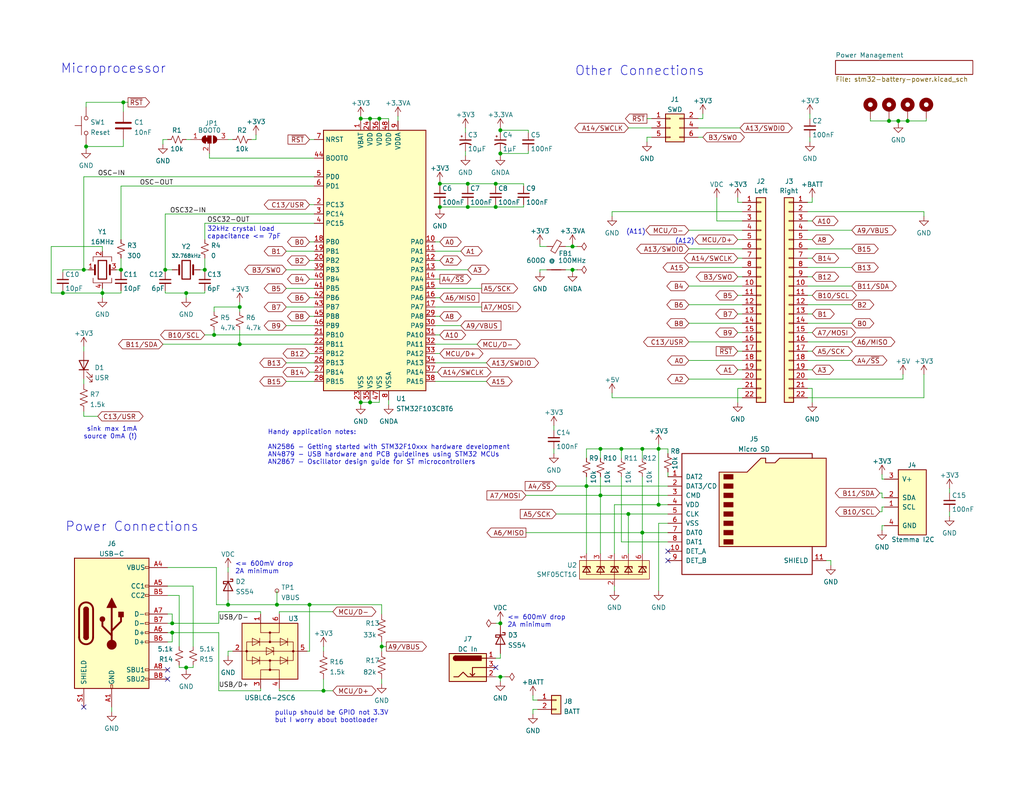
<source format=kicad_sch>
(kicad_sch (version 20211123) (generator eeschema)
  (paper "USLetter")
  (title_block (title "STM32 with Battery") (date "2022-09-15") (rev "1") (company "#overviewer") (comment 1 "STM32 Development Board"))
  (junction (at 46.99 172.72))
  (junction (at 33.02 73.66))
  (junction (at 127.635 50.165))
  (junction (at 50.8 182.245))
  (junction (at 88.265 188.595))
  (junction (at 242.57 33.02))
  (junction (at 46.99 170.18))
  (junction (at 55.88 73.66))
  (junction (at 171.45 140.335))
  (junction (at 100.965 32.385))
  (junction (at 135.255 56.515))
  (junction (at 103.505 32.385))
  (junction (at 179.705 137.795))
  (junction (at 17.145 80.01))
  (junction (at 75.565 165.1))
  (junction (at 100.965 109.855))
  (junction (at 135.255 50.165))
  (junction (at 22.86 73.66))
  (junction (at 175.26 145.415))
  (junction (at 27.94 80.01))
  (junction (at 136.525 41.91))
  (junction (at 156.21 73.66))
  (junction (at 33.655 27.94))
  (junction (at 58.42 91.44))
  (junction (at 65.405 83.82))
  (junction (at 163.83 135.255))
  (junction (at 247.65 33.02))
  (junction (at 120.015 50.165))
  (junction (at 84.455 165.1))
  (junction (at 136.525 170.18))
  (junction (at 98.425 32.385))
  (junction (at 136.525 184.785))
  (junction (at 45.085 73.66))
  (junction (at 169.545 122.555))
  (junction (at 160.02 132.715))
  (junction (at 65.405 93.98))
  (junction (at 23.495 40.005))
  (junction (at 136.525 35.56))
  (junction (at 179.705 122.555))
  (junction (at 50.8 80.01))
  (junction (at 156.21 67.31))
  (junction (at 245.11 33.02))
  (junction (at 62.23 165.1))
  (junction (at 120.015 56.515))
  (junction (at 175.26 122.555))
  (junction (at 163.83 122.555))
  (junction (at 104.14 176.53))
  (junction (at 127.635 56.515))
  (junction (at 98.425 109.855))
  (no_connect (at 182.245 153.035))
  (no_connect (at 182.245 150.495))
  (no_connect (at 45.72 182.88))
  (no_connect (at 45.72 185.42))
  (no_connect (at 22.86 193.04))
  (no_connect (at 135.255 182.245))
  (wire (pts (xy 167.64 137.795) (xy 179.705 137.795)))
  (wire (pts (xy 127.635 50.165) (xy 127.635 50.8)))
  (wire (pts (xy 59.055 154.94) (xy 59.055 165.1)))
  (wire (pts (xy 78.105 83.82) (xy 85.725 83.82)))
  (wire (pts (xy 33.655 27.94) (xy 33.655 30.48)))
  (wire (pts (xy 98.425 109.855) (xy 98.425 110.49)))
  (wire (pts (xy 45.085 58.42) (xy 45.085 73.66)))
  (wire (pts (xy 120.015 55.88) (xy 120.015 56.515)))
  (wire (pts (xy 154.305 73.66) (xy 156.21 73.66)))
  (wire (pts (xy 237.49 32.385) (xy 237.49 33.02)))
  (wire (pts (xy 118.745 93.98) (xy 130.175 93.98)))
  (wire (pts (xy 44.45 38.1) (xy 44.45 39.37)))
  (wire (pts (xy 118.745 71.12) (xy 120.015 71.12)))
  (wire (pts (xy 78.105 104.14) (xy 85.725 104.14)))
  (wire (pts (xy 45.72 167.64) (xy 46.99 167.64)))
  (wire (pts (xy 220.345 80.645) (xy 221.615 80.645)))
  (wire (pts (xy 142.875 50.165) (xy 142.875 50.8)))
  (wire (pts (xy 100.965 32.385) (xy 103.505 32.385)))
  (wire (pts (xy 33.02 79.375) (xy 33.02 80.01)))
  (wire (pts (xy 104.14 176.53) (xy 105.41 176.53)))
  (wire (pts (xy 240.665 135.89) (xy 241.3 135.89)))
  (wire (pts (xy 118.745 66.04) (xy 120.015 66.04)))
  (wire (pts (xy 127.635 56.515) (xy 120.015 56.515)))
  (wire (pts (xy 58.42 85.09) (xy 58.42 83.82)))
  (wire (pts (xy 182.245 122.555) (xy 179.705 122.555)))
  (wire (pts (xy 45.085 80.01) (xy 50.8 80.01)))
  (wire (pts (xy 202.565 57.785) (xy 167.005 57.785)))
  (wire (pts (xy 241.3 143.51) (xy 240.665 143.51)))
  (wire (pts (xy 65.405 93.98) (xy 85.725 93.98)))
  (wire (pts (xy 78.105 99.06) (xy 85.725 99.06)))
  (wire (pts (xy 163.83 135.255) (xy 182.245 135.255)))
  (wire (pts (xy 175.26 122.555) (xy 179.705 122.555)))
  (wire (pts (xy 65.405 82.55) (xy 65.405 83.82)))
  (wire (pts (xy 84.455 76.2) (xy 85.725 76.2)))
  (wire (pts (xy 136.525 184.785) (xy 137.795 184.785)))
  (wire (pts (xy 160.02 132.715) (xy 182.245 132.715)))
  (wire (pts (xy 17.145 80.01) (xy 17.145 79.375)))
  (wire (pts (xy 127.635 55.88) (xy 127.635 56.515)))
  (wire (pts (xy 118.745 76.2) (xy 120.015 76.2)))
  (wire (pts (xy 187.96 103.505) (xy 202.565 103.505)))
  (wire (pts (xy 103.505 109.22) (xy 103.505 109.855)))
  (wire (pts (xy 149.225 67.31) (xy 147.32 67.31)))
  (wire (pts (xy 143.51 145.415) (xy 175.26 145.415)))
  (wire (pts (xy 247.65 32.385) (xy 247.65 33.02)))
  (wire (pts (xy 33.655 38.1) (xy 33.655 40.005)))
  (wire (pts (xy 175.26 130.175) (xy 175.26 145.415)))
  (wire (pts (xy 118.745 86.36) (xy 120.015 86.36)))
  (wire (pts (xy 84.455 165.1) (xy 104.14 165.1)))
  (wire (pts (xy 220.345 108.585) (xy 252.095 108.585)))
  (wire (pts (xy 201.295 80.645) (xy 202.565 80.645)))
  (wire (pts (xy 78.105 88.9) (xy 85.725 88.9)))
  (wire (pts (xy 182.245 128.905) (xy 182.245 130.175)))
  (wire (pts (xy 156.21 67.31) (xy 156.21 66.675)))
  (wire (pts (xy 84.455 101.6) (xy 85.725 101.6)))
  (wire (pts (xy 136.525 178.435) (xy 136.525 179.705)))
  (wire (pts (xy 118.745 104.14) (xy 132.715 104.14)))
  (wire (pts (xy 84.455 96.52) (xy 85.725 96.52)))
  (wire (pts (xy 22.86 48.26) (xy 85.725 48.26)))
  (wire (pts (xy 220.345 65.405) (xy 221.615 65.405)))
  (wire (pts (xy 169.545 130.175) (xy 169.545 147.955)))
  (wire (pts (xy 245.11 33.02) (xy 247.65 33.02)))
  (wire (pts (xy 240.665 134.62) (xy 240.665 135.89)))
  (wire (pts (xy 120.015 50.165) (xy 120.015 50.8)))
  (wire (pts (xy 78.105 78.74) (xy 85.725 78.74)))
  (wire (pts (xy 106.045 109.22) (xy 106.045 110.49)))
  (wire (pts (xy 76.2 188.595) (xy 88.265 188.595)))
  (wire (pts (xy 23.495 39.37) (xy 23.495 40.005)))
  (wire (pts (xy 54.61 73.66) (xy 55.88 73.66)))
  (wire (pts (xy 240.665 143.51) (xy 240.665 144.78)))
  (wire (pts (xy 240.665 130.81) (xy 240.665 129.54)))
  (wire (pts (xy 118.745 88.9) (xy 125.73 88.9)))
  (wire (pts (xy 118.745 68.58) (xy 125.73 68.58)))
  (wire (pts (xy 45.085 73.66) (xy 46.99 73.66)))
  (wire (pts (xy 220.98 37.465) (xy 220.98 38.735)))
  (wire (pts (xy 182.245 142.875) (xy 179.705 142.875)))
  (wire (pts (xy 17.145 73.66) (xy 22.86 73.66)))
  (wire (pts (xy 147.32 73.66) (xy 149.225 73.66)))
  (wire (pts (xy 27.94 67.31) (xy 13.97 67.31)))
  (wire (pts (xy 201.295 75.565) (xy 202.565 75.565)))
  (wire (pts (xy 13.97 80.01) (xy 17.145 80.01)))
  (wire (pts (xy 120.015 56.515) (xy 120.015 57.15)))
  (wire (pts (xy 143.51 135.255) (xy 163.83 135.255)))
  (wire (pts (xy 120.015 49.53) (xy 120.015 50.165)))
  (wire (pts (xy 220.345 75.565) (xy 221.615 75.565)))
  (wire (pts (xy 220.345 70.485) (xy 221.615 70.485)))
  (wire (pts (xy 160.02 130.175) (xy 160.02 132.715)))
  (wire (pts (xy 136.525 184.785) (xy 136.525 186.055)))
  (wire (pts (xy 23.495 29.21) (xy 23.495 27.94)))
  (wire (pts (xy 104.14 176.53) (xy 104.14 177.8)))
  (wire (pts (xy 50.8 80.01) (xy 55.88 80.01)))
  (wire (pts (xy 220.345 90.805) (xy 221.615 90.805)))
  (wire (pts (xy 65.405 83.82) (xy 65.405 85.09)))
  (wire (pts (xy 156.21 73.66) (xy 157.48 73.66)))
  (wire (pts (xy 240.03 134.62) (xy 240.665 134.62)))
  (wire (pts (xy 62.23 154.94) (xy 62.23 156.21)))
  (wire (pts (xy 100.965 109.22) (xy 100.965 109.855)))
  (wire (pts (xy 147.32 67.31) (xy 147.32 66.675)))
  (wire (pts (xy 240.665 138.43) (xy 241.3 138.43)))
  (wire (pts (xy 118.745 91.44) (xy 120.015 91.44)))
  (wire (pts (xy 98.425 33.02) (xy 98.425 32.385)))
  (wire (pts (xy 145.415 193.675) (xy 145.415 194.945)))
  (wire (pts (xy 201.295 65.405) (xy 202.565 65.405)))
  (wire (pts (xy 22.86 48.26) (xy 22.86 73.66)))
  (wire (pts (xy 136.525 41.91) (xy 136.525 42.545)))
  (wire (pts (xy 177.8 37.465) (xy 176.53 37.465)))
  (wire (pts (xy 23.495 40.005) (xy 23.495 40.64)))
  (wire (pts (xy 45.72 175.26) (xy 46.99 175.26)))
  (wire (pts (xy 118.745 78.74) (xy 131.445 78.74)))
  (wire (pts (xy 220.345 93.345) (xy 232.41 93.345)))
  (wire (pts (xy 191.77 32.385) (xy 191.77 31.115)))
  (wire (pts (xy 220.345 67.945) (xy 232.41 67.945)))
  (wire (pts (xy 23.495 27.94) (xy 33.655 27.94)))
  (wire (pts (xy 84.455 86.36) (xy 85.725 86.36)))
  (wire (pts (xy 195.58 60.325) (xy 195.58 53.975)))
  (wire (pts (xy 190.5 34.925) (xy 201.93 34.925)))
  (wire (pts (xy 171.45 140.335) (xy 171.45 151.13)))
  (wire (pts (xy 55.88 60.96) (xy 85.725 60.96)))
  (wire (pts (xy 237.49 33.02) (xy 242.57 33.02)))
  (wire (pts (xy 118.745 96.52) (xy 120.015 96.52)))
  (wire (pts (xy 58.42 90.17) (xy 58.42 91.44)))
  (wire (pts (xy 48.895 181.61) (xy 48.895 182.245)))
  (wire (pts (xy 167.64 151.13) (xy 167.64 137.795)))
  (wire (pts (xy 27.94 68.58) (xy 27.94 67.31)))
  (wire (pts (xy 225.425 153.035) (xy 226.695 153.035)))
  (wire (pts (xy 31.75 73.66) (xy 33.02 73.66)))
  (wire (pts (xy 71.12 167.64) (xy 71.12 167.005)))
  (wire (pts (xy 201.295 85.725) (xy 202.565 85.725)))
  (wire (pts (xy 33.02 50.8) (xy 85.725 50.8)))
  (wire (pts (xy 75.565 161.29) (xy 75.565 165.1)))
  (wire (pts (xy 118.745 99.06) (xy 132.715 99.06)))
  (wire (pts (xy 100.965 32.385) (xy 100.965 33.02)))
  (wire (pts (xy 98.425 32.385) (xy 100.965 32.385)))
  (wire (pts (xy 76.2 188.595) (xy 76.2 187.96)))
  (wire (pts (xy 45.085 79.375) (xy 45.085 80.01)))
  (wire (pts (xy 242.57 32.385) (xy 242.57 33.02)))
  (wire (pts (xy 220.345 98.425) (xy 232.41 98.425)))
  (wire (pts (xy 98.425 31.75) (xy 98.425 32.385)))
  (wire (pts (xy 59.69 188.595) (xy 71.12 188.595)))
  (wire (pts (xy 118.745 73.66) (xy 127.635 73.66)))
  (wire (pts (xy 220.345 85.725) (xy 221.615 85.725)))
  (wire (pts (xy 63.5 177.8) (xy 62.23 177.8)))
  (wire (pts (xy 175.26 122.555) (xy 175.26 125.095)))
  (wire (pts (xy 127 34.925) (xy 127 36.195)))
  (wire (pts (xy 120.015 50.165) (xy 127.635 50.165)))
  (wire (pts (xy 136.525 35.56) (xy 144.145 35.56)))
  (wire (pts (xy 142.875 55.88) (xy 142.875 56.515)))
  (wire (pts (xy 84.455 81.28) (xy 85.725 81.28)))
  (wire (pts (xy 22.86 103.505) (xy 22.86 104.775)))
  (wire (pts (xy 179.705 137.795) (xy 182.245 137.795)))
  (wire (pts (xy 104.14 165.1) (xy 104.14 167.64)))
  (wire (pts (xy 45.72 38.1) (xy 44.45 38.1)))
  (wire (pts (xy 52.705 182.245) (xy 50.8 182.245)))
  (wire (pts (xy 45.72 160.02) (xy 52.705 160.02)))
  (wire (pts (xy 104.14 175.26) (xy 104.14 176.53)))
  (wire (pts (xy 259.08 133.35) (xy 259.08 134.62)))
  (wire (pts (xy 202.565 55.245) (xy 201.295 55.245)))
  (wire (pts (xy 220.345 106.045) (xy 221.615 106.045)))
  (wire (pts (xy 171.45 34.925) (xy 177.8 34.925)))
  (wire (pts (xy 190.5 37.465) (xy 191.77 37.465)))
  (wire (pts (xy 151.765 140.335) (xy 171.45 140.335)))
  (wire (pts (xy 202.565 108.585) (xy 167.005 108.585)))
  (wire (pts (xy 46.99 167.64) (xy 46.99 170.18)))
  (wire (pts (xy 146.685 191.135) (xy 145.415 191.135)))
  (wire (pts (xy 252.095 57.785) (xy 252.095 59.055)))
  (wire (pts (xy 179.705 142.875) (xy 179.705 161.29)))
  (wire (pts (xy 144.145 41.91) (xy 136.525 41.91)))
  (wire (pts (xy 135.255 179.705) (xy 136.525 179.705)))
  (wire (pts (xy 220.345 83.185) (xy 232.41 83.185)))
  (wire (pts (xy 135.255 184.785) (xy 136.525 184.785)))
  (wire (pts (xy 118.745 81.28) (xy 120.015 81.28)))
  (wire (pts (xy 182.245 123.825) (xy 182.245 122.555)))
  (wire (pts (xy 75.565 165.1) (xy 84.455 165.1)))
  (wire (pts (xy 245.11 33.02) (xy 245.11 33.655)))
  (wire (pts (xy 146.685 193.675) (xy 145.415 193.675)))
  (wire (pts (xy 142.875 56.515) (xy 135.255 56.515)))
  (wire (pts (xy 220.98 31.115) (xy 220.98 32.385)))
  (wire (pts (xy 167.64 160.02) (xy 167.64 161.29)))
  (wire (pts (xy 160.02 132.715) (xy 160.02 151.13)))
  (wire (pts (xy 144.145 41.275) (xy 144.145 41.91)))
  (wire (pts (xy 45.72 170.18) (xy 46.99 170.18)))
  (wire (pts (xy 202.565 60.325) (xy 195.58 60.325)))
  (wire (pts (xy 220.345 57.785) (xy 252.095 57.785)))
  (wire (pts (xy 187.96 83.185) (xy 202.565 83.185)))
  (wire (pts (xy 220.345 60.325) (xy 221.615 60.325)))
  (wire (pts (xy 163.83 122.555) (xy 169.545 122.555)))
  (wire (pts (xy 103.505 32.385) (xy 103.505 33.02)))
  (wire (pts (xy 136.525 35.56) (xy 136.525 36.195)))
  (wire (pts (xy 84.455 55.88) (xy 85.725 55.88)))
  (wire (pts (xy 169.545 122.555) (xy 175.26 122.555)))
  (wire (pts (xy 167.005 107.315) (xy 167.005 108.585)))
  (wire (pts (xy 175.26 145.415) (xy 175.26 151.13)))
  (wire (pts (xy 151.13 116.205) (xy 151.13 117.475)))
  (wire (pts (xy 187.96 62.865) (xy 202.565 62.865)))
  (wire (pts (xy 151.765 132.715) (xy 160.02 132.715)))
  (wire (pts (xy 84.455 71.12) (xy 85.725 71.12)))
  (wire (pts (xy 88.265 185.42) (xy 88.265 188.595)))
  (wire (pts (xy 22.86 113.665) (xy 26.67 113.665)))
  (wire (pts (xy 106.045 33.02) (xy 106.045 32.385)))
  (wire (pts (xy 55.88 91.44) (xy 58.42 91.44)))
  (wire (pts (xy 240.03 139.7) (xy 240.665 139.7)))
  (wire (pts (xy 220.345 62.865) (xy 232.41 62.865)))
  (wire (pts (xy 59.69 172.72) (xy 59.69 188.595)))
  (wire (pts (xy 46.99 172.72) (xy 45.72 172.72)))
  (wire (pts (xy 55.88 79.375) (xy 55.88 80.01)))
  (wire (pts (xy 135.255 50.165) (xy 135.255 50.8)))
  (wire (pts (xy 175.26 145.415) (xy 182.245 145.415)))
  (wire (pts (xy 48.895 162.56) (xy 48.895 176.53)))
  (wire (pts (xy 22.86 112.395) (xy 22.86 113.665)))
  (wire (pts (xy 45.72 162.56) (xy 48.895 162.56)))
  (wire (pts (xy 201.295 90.805) (xy 202.565 90.805)))
  (wire (pts (xy 179.705 122.555) (xy 179.705 137.795)))
  (wire (pts (xy 98.425 109.22) (xy 98.425 109.855)))
  (wire (pts (xy 44.45 93.98) (xy 65.405 93.98)))
  (wire (pts (xy 104.14 185.42) (xy 104.14 186.69)))
  (wire (pts (xy 52.705 181.61) (xy 52.705 182.245)))
  (wire (pts (xy 78.105 73.66) (xy 85.725 73.66)))
  (wire (pts (xy 220.345 55.245) (xy 221.615 55.245)))
  (wire (pts (xy 187.96 88.265) (xy 202.565 88.265)))
  (wire (pts (xy 118.745 83.82) (xy 131.445 83.82)))
  (wire (pts (xy 57.15 43.18) (xy 57.15 41.91)))
  (wire (pts (xy 136.525 41.275) (xy 136.525 41.91)))
  (wire (pts (xy 76.2 167.005) (xy 90.805 167.005)))
  (wire (pts (xy 187.96 93.345) (xy 202.565 93.345)))
  (wire (pts (xy 62.23 163.83) (xy 62.23 165.1)))
  (wire (pts (xy 55.88 74.295) (xy 55.88 73.66)))
  (wire (pts (xy 221.615 55.245) (xy 221.615 53.975)))
  (wire (pts (xy 154.305 67.31) (xy 156.21 67.31)))
  (wire (pts (xy 69.85 36.83) (xy 69.85 38.1)))
  (wire (pts (xy 252.095 102.235) (xy 252.095 108.585)))
  (wire (pts (xy 187.96 78.105) (xy 202.565 78.105)))
  (wire (pts (xy 88.265 188.595) (xy 90.805 188.595)))
  (wire (pts (xy 46.99 175.26) (xy 46.99 172.72)))
  (wire (pts (xy 13.97 67.31) (xy 13.97 80.01)))
  (wire (pts (xy 127 41.275) (xy 127 42.545)))
  (wire (pts (xy 62.23 165.1) (xy 75.565 165.1)))
  (wire (pts (xy 163.83 130.175) (xy 163.83 135.255)))
  (wire (pts (xy 202.565 106.045) (xy 201.295 106.045)))
  (wire (pts (xy 136.525 34.925) (xy 136.525 35.56)))
  (wire (pts (xy 52.07 38.1) (xy 50.8 38.1)))
  (wire (pts (xy 201.295 100.965) (xy 202.565 100.965)))
  (wire (pts (xy 136.525 170.18) (xy 136.525 170.815)))
  (wire (pts (xy 220.345 88.265) (xy 232.41 88.265)))
  (wire (pts (xy 27.94 80.01) (xy 27.94 81.28)))
  (wire (pts (xy 103.505 109.855) (xy 100.965 109.855)))
  (wire (pts (xy 118.745 101.6) (xy 119.38 101.6)))
  (wire (pts (xy 221.615 106.045) (xy 221.615 109.855)))
  (wire (pts (xy 163.83 135.255) (xy 163.83 151.13)))
  (wire (pts (xy 63.5 38.1) (xy 62.23 38.1)))
  (wire (pts (xy 187.96 73.025) (xy 202.565 73.025)))
  (wire (pts (xy 22.86 73.66) (xy 24.13 73.66)))
  (wire (pts (xy 30.48 193.04) (xy 30.48 194.31)))
  (wire (pts (xy 136.525 169.545) (xy 136.525 170.18)))
  (wire (pts (xy 84.455 165.1) (xy 84.455 177.8)))
  (wire (pts (xy 220.345 100.965) (xy 221.615 100.965)))
  (wire (pts (xy 78.105 68.58) (xy 85.725 68.58)))
  (wire (pts (xy 246.38 103.505) (xy 246.38 102.235)))
  (wire (pts (xy 201.295 106.045) (xy 201.295 109.855)))
  (wire (pts (xy 76.2 167.005) (xy 76.2 167.64)))
  (wire (pts (xy 84.455 66.04) (xy 85.725 66.04)))
  (wire (pts (xy 135.255 50.165) (xy 142.875 50.165)))
  (wire (pts (xy 171.45 140.335) (xy 182.245 140.335)))
  (wire (pts (xy 46.99 172.72) (xy 59.69 172.72)))
  (wire (pts (xy 220.345 95.885) (xy 221.615 95.885)))
  (wire (pts (xy 33.655 40.005) (xy 23.495 40.005)))
  (wire (pts (xy 83.82 177.8) (xy 84.455 177.8)))
  (wire (pts (xy 252.73 32.385) (xy 252.73 33.02)))
  (wire (pts (xy 156.21 67.31) (xy 157.48 67.31)))
  (wire (pts (xy 55.88 60.96) (xy 55.88 65.405)))
  (wire (pts (xy 33.02 50.8) (xy 33.02 65.405)))
  (wire (pts (xy 147.32 74.295) (xy 147.32 73.66)))
  (wire (pts (xy 220.345 103.505) (xy 246.38 103.505)))
  (wire (pts (xy 163.83 122.555) (xy 163.83 125.095)))
  (wire (pts (xy 100.965 109.855) (xy 98.425 109.855)))
  (wire (pts (xy 151.13 122.555) (xy 151.13 123.825)))
  (wire (pts (xy 85.725 43.18) (xy 57.15 43.18)))
  (wire (pts (xy 55.88 70.485) (xy 55.88 73.66)))
  (wire (pts (xy 160.02 122.555) (xy 163.83 122.555)))
  (wire (pts (xy 69.85 38.1) (xy 68.58 38.1)))
  (wire (pts (xy 108.585 31.75) (xy 108.585 33.02)))
  (wire (pts (xy 160.02 125.095) (xy 160.02 122.555)))
  (wire (pts (xy 169.545 147.955) (xy 182.245 147.955)))
  (wire (pts (xy 52.705 176.53) (xy 52.705 160.02)))
  (wire (pts (xy 33.655 27.94) (xy 34.925 27.94)))
  (wire (pts (xy 167.005 57.785) (xy 167.005 59.055)))
  (wire (pts (xy 226.695 153.035) (xy 226.695 154.305)))
  (wire (pts (xy 201.295 70.485) (xy 202.565 70.485)))
  (wire (pts (xy 220.345 78.105) (xy 232.41 78.105)))
  (wire (pts (xy 71.12 187.96) (xy 71.12 188.595)))
  (wire (pts (xy 59.69 167.005) (xy 71.12 167.005)))
  (wire (pts (xy 50.8 80.01) (xy 50.8 81.28)))
  (wire (pts (xy 50.8 182.245) (xy 50.8 182.88)))
  (wire (pts (xy 187.96 67.945) (xy 202.565 67.945)))
  (wire (pts (xy 259.08 139.7) (xy 259.08 140.97)))
  (wire (pts (xy 48.895 182.245) (xy 50.8 182.245)))
  (wire (pts (xy 240.665 139.7) (xy 240.665 138.43)))
  (wire (pts (xy 17.145 80.01) (xy 27.94 80.01)))
  (wire (pts (xy 59.69 170.18) (xy 59.69 167.005)))
  (wire (pts (xy 220.345 73.025) (xy 232.41 73.025)))
  (wire (pts (xy 65.405 90.17) (xy 65.405 93.98)))
  (wire (pts (xy 88.265 176.53) (xy 88.265 177.8)))
  (wire (pts (xy 144.145 35.56) (xy 144.145 36.195)))
  (wire (pts (xy 58.42 91.44) (xy 85.725 91.44)))
  (wire (pts (xy 247.65 33.02) (xy 252.73 33.02)))
  (wire (pts (xy 17.145 73.66) (xy 17.145 74.295)))
  (wire (pts (xy 62.23 177.8) (xy 62.23 179.07)))
  (wire (pts (xy 241.3 130.81) (xy 240.665 130.81)))
  (wire (pts (xy 127.635 50.165) (xy 135.255 50.165)))
  (wire (pts (xy 45.72 154.94) (xy 59.055 154.94)))
  (wire (pts (xy 179.705 121.285) (xy 179.705 122.555)))
  (wire (pts (xy 59.055 165.1) (xy 62.23 165.1)))
  (wire (pts (xy 176.53 37.465) (xy 176.53 38.735)))
  (wire (pts (xy 33.02 74.295) (xy 33.02 73.66)))
  (wire (pts (xy 84.455 38.1) (xy 85.725 38.1)))
  (wire (pts (xy 187.96 98.425) (xy 202.565 98.425)))
  (wire (pts (xy 22.86 94.615) (xy 22.86 95.885)))
  (wire (pts (xy 145.415 191.135) (xy 145.415 189.865)))
  (wire (pts (xy 169.545 122.555) (xy 169.545 125.095)))
  (wire (pts (xy 46.99 170.18) (xy 59.69 170.18)))
  (wire (pts (xy 103.505 32.385) (xy 106.045 32.385)))
  (wire (pts (xy 27.94 80.01) (xy 27.94 78.74)))
  (wire (pts (xy 85.725 58.42) (xy 45.085 58.42)))
  (wire (pts (xy 33.02 70.485) (xy 33.02 73.66)))
  (wire (pts (xy 201.295 55.245) (xy 201.295 53.975)))
  (wire (pts (xy 135.255 55.88) (xy 135.255 56.515)))
  (wire (pts (xy 135.255 56.515) (xy 127.635 56.515)))
  (wire (pts (xy 201.295 95.885) (xy 202.565 95.885)))
  (wire (pts (xy 45.085 74.295) (xy 45.085 73.66)))
  (wire (pts (xy 242.57 33.02) (xy 245.11 33.02)))
  (wire (pts (xy 33.02 80.01) (xy 27.94 80.01)))
  (wire (pts (xy 156.21 73.66) (xy 156.21 74.295)))
  (wire (pts (xy 190.5 32.385) (xy 191.77 32.385)))
  (wire (pts (xy 135.255 170.18) (xy 136.525 170.18)))
  (wire (pts (xy 176.53 32.385) (xy 177.8 32.385)))
  (wire (pts (xy 58.42 83.82) (xy 65.405 83.82)))
  (text "Power Connections" (at 17.78 145.415 0) (effects (font (size 2.54 2.54)) (justify left bottom)))
  (text "sink max 1mA\nsource 0mA (!)" (at 37.465 120.015 180) (effects (font (size 1.27 1.27)) (justify right bottom)))
  (text "pullup should be GPIO not 3.3V\nbut I worry about bootloader" (at 74.93 197.485 0) (effects (font (size 1.27 1.27)) (justify left bottom)))
  (text "(A12)" (at 184.15 66.675 0) (effects (font (size 1.27 1.27)) (justify left bottom)))
  (text "Other Connections" (at 156.845 20.955 0) (effects (font (size 2.54 2.54)) (justify left bottom)))
  (text "32kHz crystal load\ncapacitance <= 7pF" (at 56.515 65.405 0) (effects (font (size 1.27 1.27)) (justify left bottom)))
  (text "Microprocessor" (at 16.51 20.32 0) (effects (font (size 2.54 2.54)) (justify left bottom)))
  (text "<= 600mV drop\n2A minimum" (at 138.43 171.45 0) (effects (font (size 1.27 1.27)) (justify left bottom)))
  (text "<= 600mV drop\n2A minimum" (at 64.135 156.845 0) (effects (font (size 1.27 1.27)) (justify left bottom)))
  (text "Handy application notes:\n\nAN2586 - Getting started with STM32F10xxx hardware development\nAN4879 - USB hardware and PCB guidelines using STM32 MCUs\nAN2867 - Oscillator design guide for ST microcontrollers\n" (at 73.025 127 0) (effects (font (size 1.27 1.27)) (justify left bottom)))
  (text "(A11)" (at 170.815 64.135 0) (effects (font (size 1.27 1.27)) (justify left bottom)))
  (label "OSC-OUT" (at 38.1 50.8 0))
  (label "OSC32-OUT" (at 56.515 60.96 0))
  (label "OSC-IN" (at 26.67 48.26 0))
  (label "USB{slash}D+" (at 59.69 187.96 0))
  (label "OSC32-IN" (at 46.355 58.42 0))
  (label "USB{slash}D-" (at 59.69 169.545 0))
  (global_label "B3{slash}SWO" (shape bidirectional) (at 78.105 73.66 180) (property "Intersheet References" "${INTERSHEET_REFS}" (effects hide)))
  (global_label "B13" (shape bidirectional) (at 78.105 99.06 180) (property "Intersheet References" "${INTERSHEET_REFS}" (effects hide)))
  (global_label "B8" (shape bidirectional) (at 84.455 86.36 180) (property "Intersheet References" "${INTERSHEET_REFS}" (effects hide)))
  (global_label "C13{slash}USR" (shape bidirectional) (at 187.96 93.345 180) (property "Intersheet References" "${INTERSHEET_REFS}" (effects hide)))
  (global_label "B4" (shape bidirectional) (at 187.96 78.105 180) (property "Intersheet References" "${INTERSHEET_REFS}" (effects hide)))
  (global_label "A5{slash}SCK" (shape input) (at 151.765 140.335 180) (property "Intersheet References" "${INTERSHEET_REFS}" (effects hide)))
  (global_label "A13{slash}SWDIO" (shape bidirectional) (at 132.715 99.06 0) (property "Intersheet References" "${INTERSHEET_REFS}" (effects hide)))
  (global_label "A2" (shape bidirectional) (at 120.015 71.12 0) (property "Intersheet References" "${INTERSHEET_REFS}" (effects hide)))
  (global_label "B7" (shape bidirectional) (at 78.105 83.82 180) (property "Intersheet References" "${INTERSHEET_REFS}" (effects hide)))
  (global_label "B2" (shape bidirectional) (at 232.41 83.185 0) (property "Intersheet References" "${INTERSHEET_REFS}" (effects hide)))
  (global_label "B12" (shape bidirectional) (at 221.615 75.565 0) (property "Intersheet References" "${INTERSHEET_REFS}" (effects hide)))
  (global_label "MCU{slash}D-" (shape bidirectional) (at 187.96 62.865 180) (property "Intersheet References" "${INTERSHEET_REFS}" (effects hide)))
  (global_label "B1" (shape bidirectional) (at 78.105 68.58 180) (property "Intersheet References" "${INTERSHEET_REFS}" (effects hide)))
  (global_label "A3" (shape bidirectional) (at 127.635 73.66 0) (property "Intersheet References" "${INTERSHEET_REFS}" (effects hide)))
  (global_label "B11{slash}SDA" (shape bidirectional) (at 240.03 134.62 180) (property "Intersheet References" "${INTERSHEET_REFS}" (effects hide)))
  (global_label "A1" (shape bidirectional) (at 125.73 68.58 0) (property "Intersheet References" "${INTERSHEET_REFS}" (effects hide)))
  (global_label "~{RST}" (shape input) (at 201.295 95.885 180) (property "Intersheet References" "${INTERSHEET_REFS}" (effects hide)))
  (global_label "A9{slash}VBUS" (shape output) (at 105.41 176.53 0) (property "Intersheet References" "${INTERSHEET_REFS}" (effects hide)))
  (global_label "A1" (shape bidirectional) (at 201.295 100.965 180) (property "Intersheet References" "${INTERSHEET_REFS}" (effects hide)))
  (global_label "A7{slash}MOSI" (shape bidirectional) (at 221.615 90.805 0) (property "Intersheet References" "${INTERSHEET_REFS}" (effects hide)))
  (global_label "A13{slash}SWDIO" (shape bidirectional) (at 187.96 67.945 180) (property "Intersheet References" "${INTERSHEET_REFS}" (effects hide)))
  (global_label "B6" (shape bidirectional) (at 84.455 81.28 180) (property "Intersheet References" "${INTERSHEET_REFS}" (effects hide)))
  (global_label "~{RST}" (shape output) (at 34.925 27.94 0) (property "Intersheet References" "${INTERSHEET_REFS}" (effects hide)))
  (global_label "B15" (shape bidirectional) (at 78.105 104.14 180) (property "Intersheet References" "${INTERSHEET_REFS}" (effects hide)))
  (global_label "A10" (shape bidirectional) (at 120.015 91.44 0) (property "Intersheet References" "${INTERSHEET_REFS}" (effects hide)))
  (global_label "A4{slash}~{SS}" (shape bidirectional) (at 232.41 98.425 0) (property "Intersheet References" "${INTERSHEET_REFS}" (effects hide)))
  (global_label "A15" (shape bidirectional) (at 132.715 104.14 0) (property "Intersheet References" "${INTERSHEET_REFS}" (effects hide)))
  (global_label "B11{slash}SDA" (shape bidirectional) (at 44.45 93.98 180) (property "Intersheet References" "${INTERSHEET_REFS}" (effects hide)))
  (global_label "B10{slash}SCL" (shape bidirectional) (at 55.88 91.44 180) (property "Intersheet References" "${INTERSHEET_REFS}" (effects hide)))
  (global_label "B0" (shape bidirectional) (at 232.41 88.265 0) (property "Intersheet References" "${INTERSHEET_REFS}" (effects hide)))
  (global_label "B14" (shape bidirectional) (at 221.615 70.485 0) (property "Intersheet References" "${INTERSHEET_REFS}" (effects hide)))
  (global_label "A10" (shape bidirectional) (at 221.615 60.325 0) (property "Intersheet References" "${INTERSHEET_REFS}" (effects hide)))
  (global_label "A0" (shape bidirectional) (at 187.96 98.425 180) (property "Intersheet References" "${INTERSHEET_REFS}" (effects hide)))
  (global_label "MCU{slash}D-" (shape bidirectional) (at 130.175 93.98 0) (property "Intersheet References" "${INTERSHEET_REFS}" (effects hide)))
  (global_label "B10{slash}SCL" (shape bidirectional) (at 240.03 139.7 180) (property "Intersheet References" "${INTERSHEET_REFS}" (effects hide)))
  (global_label "B2" (shape bidirectional) (at 84.455 71.12 180) (property "Intersheet References" "${INTERSHEET_REFS}" (effects hide)))
  (global_label "A8" (shape bidirectional) (at 120.015 86.36 0) (property "Intersheet References" "${INTERSHEET_REFS}" (effects hide)))
  (global_label "B12" (shape bidirectional) (at 84.455 96.52 180) (property "Intersheet References" "${INTERSHEET_REFS}" (effects hide)))
  (global_label "A3" (shape bidirectional) (at 221.615 100.965 0) (property "Intersheet References" "${INTERSHEET_REFS}" (effects hide)))
  (global_label "A4{slash}~{SS}" (shape output) (at 120.015 76.2 0) (property "Intersheet References" "${INTERSHEET_REFS}" (effects hide)))
  (global_label "B7" (shape bidirectional) (at 201.295 85.725 180) (property "Intersheet References" "${INTERSHEET_REFS}" (effects hide)))
  (global_label "A14{slash}SWCLK" (shape bidirectional) (at 201.295 70.485 180) (property "Intersheet References" "${INTERSHEET_REFS}" (effects hide)))
  (global_label "A7{slash}MOSI" (shape output) (at 131.445 83.82 0) (property "Intersheet References" "${INTERSHEET_REFS}" (effects hide)))
  (global_label "A6{slash}MISO" (shape input) (at 120.015 81.28 0) (property "Intersheet References" "${INTERSHEET_REFS}" (effects hide)))
  (global_label "B3{slash}SWO" (shape bidirectional) (at 201.295 75.565 180) (property "Intersheet References" "${INTERSHEET_REFS}" (effects hide)))
  (global_label "~{RST}" (shape output) (at 176.53 32.385 180) (property "Intersheet References" "${INTERSHEET_REFS}" (effects hide)))
  (global_label "A9{slash}VBUS" (shape input) (at 125.73 88.9 0) (property "Intersheet References" "${INTERSHEET_REFS}" (effects hide)))
  (global_label "A6{slash}MISO" (shape bidirectional) (at 232.41 93.345 0) (property "Intersheet References" "${INTERSHEET_REFS}" (effects hide)))
  (global_label "A15" (shape bidirectional) (at 187.96 73.025 180) (property "Intersheet References" "${INTERSHEET_REFS}" (effects hide)))
  (global_label "A0" (shape bidirectional) (at 120.015 66.04 0) (property "Intersheet References" "${INTERSHEET_REFS}" (effects hide)))
  (global_label "A6{slash}MISO" (shape output) (at 143.51 145.415 180) (property "Intersheet References" "${INTERSHEET_REFS}" (effects hide)))
  (global_label "MCU{slash}D-" (shape bidirectional) (at 90.805 167.005 0) (property "Intersheet References" "${INTERSHEET_REFS}" (effects hide)))
  (global_label "A9{slash}VBUS" (shape bidirectional) (at 232.41 62.865 0) (property "Intersheet References" "${INTERSHEET_REFS}" (effects hide)))
  (global_label "B3{slash}SWO" (shape bidirectional) (at 191.77 37.465 0) (property "Intersheet References" "${INTERSHEET_REFS}" (effects hide)))
  (global_label "B15" (shape bidirectional) (at 232.41 67.945 0) (property "Intersheet References" "${INTERSHEET_REFS}" (effects hide)))
  (global_label "C13{slash}USR" (shape bidirectional) (at 26.67 113.665 0) (property "Intersheet References" "${INTERSHEET_REFS}" (effects hide)))
  (global_label "B5" (shape bidirectional) (at 78.105 78.74 180) (property "Intersheet References" "${INTERSHEET_REFS}" (effects hide)))
  (global_label "A13{slash}SWDIO" (shape bidirectional) (at 201.93 34.925 0) (property "Intersheet References" "${INTERSHEET_REFS}" (effects hide)))
  (global_label "A7{slash}MOSI" (shape input) (at 143.51 135.255 180) (property "Intersheet References" "${INTERSHEET_REFS}" (effects hide)))
  (global_label "B8" (shape bidirectional) (at 187.96 88.265 180) (property "Intersheet References" "${INTERSHEET_REFS}" (effects hide)))
  (global_label "B14" (shape bidirectional) (at 84.455 101.6 180) (property "Intersheet References" "${INTERSHEET_REFS}" (effects hide)))
  (global_label "A8" (shape bidirectional) (at 221.615 65.405 0) (property "Intersheet References" "${INTERSHEET_REFS}" (effects hide)))
  (global_label "A14{slash}SWCLK" (shape bidirectional) (at 119.38 101.6 0) (property "Intersheet References" "${INTERSHEET_REFS}" (effects hide)))
  (global_label "B11{slash}SDA" (shape bidirectional) (at 232.41 78.105 0) (property "Intersheet References" "${INTERSHEET_REFS}" (effects hide)))
  (global_label "A2" (shape bidirectional) (at 187.96 103.505 180) (property "Intersheet References" "${INTERSHEET_REFS}" (effects hide)))
  (global_label "B6" (shape bidirectional) (at 187.96 83.185 180) (property "Intersheet References" "${INTERSHEET_REFS}" (effects hide)))
  (global_label "MCU{slash}D+" (shape bidirectional) (at 120.015 96.52 0) (property "Intersheet References" "${INTERSHEET_REFS}" (effects hide)))
  (global_label "C13{slash}USR" (shape bidirectional) (at 84.455 55.88 180) (property "Intersheet References" "${INTERSHEET_REFS}" (effects hide)))
  (global_label "B1" (shape bidirectional) (at 221.615 85.725 0) (property "Intersheet References" "${INTERSHEET_REFS}" (effects hide)))
  (global_label "B9" (shape bidirectional) (at 78.105 88.9 180) (property "Intersheet References" "${INTERSHEET_REFS}" (effects hide)))
  (global_label "B5" (shape bidirectional) (at 201.295 80.645 180) (property "Intersheet References" "${INTERSHEET_REFS}" (effects hide)))
  (global_label "A5{slash}SCK" (shape output) (at 131.445 78.74 0) (property "Intersheet References" "${INTERSHEET_REFS}" (effects hide)))
  (global_label "B4" (shape bidirectional) (at 84.455 76.2 180) (property "Intersheet References" "${INTERSHEET_REFS}" (effects hide)))
  (global_label "B9" (shape bidirectional) (at 201.295 90.805 180) (property "Intersheet References" "${INTERSHEET_REFS}" (effects hide)))
  (global_label "A4{slash}~{SS}" (shape input) (at 151.765 132.715 180) (property "Intersheet References" "${INTERSHEET_REFS}" (effects hide)))
  (global_label "MCU{slash}D+" (shape bidirectional) (at 90.805 188.595 0) (property "Intersheet References" "${INTERSHEET_REFS}" (effects hide)))
  (global_label "A5{slash}SCK" (shape bidirectional) (at 221.615 95.885 0) (property "Intersheet References" "${INTERSHEET_REFS}" (effects hide)))
  (global_label "A14{slash}SWCLK" (shape bidirectional) (at 171.45 34.925 180) (property "Intersheet References" "${INTERSHEET_REFS}" (effects hide)))
  (global_label "MCU{slash}D+" (shape bidirectional) (at 201.295 65.405 180) (property "Intersheet References" "${INTERSHEET_REFS}" (effects hide)))
  (global_label "B13" (shape bidirectional) (at 232.41 73.025 0) (property "Intersheet References" "${INTERSHEET_REFS}" (effects hide)))
  (global_label "B10{slash}SCL" (shape bidirectional) (at 221.615 80.645 0) (property "Intersheet References" "${INTERSHEET_REFS}" (effects hide)))
  (global_label "~{RST}" (shape input) (at 84.455 38.1 180) (property "Intersheet References" "${INTERSHEET_REFS}" (effects hide)))
  (global_label "B0" (shape bidirectional) (at 84.455 66.04 180) (property "Intersheet References" "${INTERSHEET_REFS}" (effects hide)))
  (symbol (lib_id "Device:LED") (at 22.86 99.695 90) (unit 1)
    (property "Reference" "D1" (at 25.781 100.374 90) (effects (justify right)))
    (property "Value" "USR" (at 25.781 103.1491 90) (effects (justify right)))
    (property "Footprint" "LED_SMD:LED_0805_2012Metric" (effects hide))
    (property "Datasheet" "https://datasheet.lcsc.com/lcsc/1806151129_Hubei-KENTO-Elec-17-21SUYC-TR8_C2296.pdf" (effects hide))
    (property "LCSC Part #" "C2296" (effects hide))
  )
  (symbol (lib_id "Device:D_Schottky") (at 62.23 160.02 270) (unit 1)
    (property "Reference" "D2" (at 64.262 158.794 90) (effects (justify left)))
    (property "Value" "SS54" (at 64.262 161.5691 90) (effects (justify left)))
    (property "Footprint" "Diode_SMD:D_SMA" (effects hide))
    (property "Datasheet" "https://datasheet.lcsc.com/lcsc/1810192041_MDD-Microdiode-Electronics--SS54_C22452.pdf" (effects hide))
    (property "LCSC Part #" "C22452" (effects hide))
  )
  (symbol (lib_id "power:PWR_FLAG") (at 157.48 73.66 270) (unit 1) (in_bom no) (on_board no)
    (property "Reference" "#FLG0106" (effects hide))
    (property "Value" "PWR_FLAG" (effects hide))
  )
  (symbol (lib_id "power:GND") (at 167.64 161.29 0) (unit 1)
    (property "Reference" "#PWR036" (effects hide))
    (property "Value" "GND" (at 167.64 165.8525 0))
  )
  (symbol (lib_id "Device:C_Small") (at 17.145 76.835 0) (unit 1)
    (property "Reference" "C10" (at 17.78 74.93 0) (effects (justify left)))
    (property "Value" "10pF" (at 17.78 78.74 0) (effects (justify left)))
    (property "Footprint" "Capacitor_SMD:C_0603_1608Metric" (effects hide))
    (property "Datasheet" "https://datasheet.lcsc.com/lcsc/1810261513_Samsung-Electro-Mechanics-CL10C100JB8NNNC_C1634.pdf" (effects hide))
    (property "LCSC Part #" "C1634" (effects hide))
  )
  (symbol (lib_id "Device:C_Small") (at 220.98 34.925 0) (unit 1)
    (property "Reference" "C2" (at 221.615 33.02 0) (effects (justify left)))
    (property "Value" "100nF" (at 221.615 36.83 0) (effects (justify left)))
    (property "Footprint" "Capacitor_SMD:C_0603_1608Metric" (effects hide))
    (property "Datasheet" "https://datasheet.lcsc.com/lcsc/1809301912_YAGEO-CC0603KRX7R9BB104_C14663.pdf" (effects hide))
    (property "LCSC Part #" "C14663" (effects hide))
  )
  (symbol (lib_id "Device:R_US") (at 104.14 181.61 0) (unit 1)
    (property "Reference" "R17" (at 99.695 180.34 0) (effects (justify left)))
    (property "Value" "82k" (at 99.06 183.515 0) (effects (justify left)))
    (property "Footprint" "Resistor_SMD:R_0603_1608Metric" (effects hide))
    (property "Datasheet" "https://datasheet.lcsc.com/lcsc/2206010100_UNI-ROYAL-Uniroyal-Elec-0603WAF8202T5E_C23254.pdf" (effects hide))
    (property "LCSC Part #" "C23254" (effects hide))
  )
  (symbol (lib_id "power:GND") (at 27.94 81.28 0) (unit 1)
    (property "Reference" "#PWR021" (effects hide))
    (property "Value" "GND" (at 27.94 85.8425 0))
  )
  (symbol (lib_id "Connector_Generic:Conn_01x22") (at 215.265 80.645 0) (mirror y) (unit 1)
    (property "Reference" "J3" (at 216.535 49.53 0) (effects (justify left)))
    (property "Value" "Right" (at 217.805 52.07 0) (effects (justify left)))
    (property "Footprint" "Connector_PinHeader_2.54mm:PinHeader_1x22_P2.54mm_Vertical" (effects hide))
  )
  (symbol (lib_id "power:+5V") (at 167.005 107.315 0) (unit 1)
    (property "Reference" "#PWR0109" (effects hide))
    (property "Value" "+5V" (at 167.005 103.7105 0))
  )
  (symbol (lib_id "power:GND") (at 176.53 38.735 0) (unit 1)
    (property "Reference" "#PWR09" (effects hide))
    (property "Value" "GND" (at 176.53 43.2975 0))
  )
  (symbol (lib_id "power:GND") (at 98.425 110.49 0) (unit 1)
    (property "Reference" "#PWR025" (effects hide))
    (property "Value" "GND" (at 98.425 115.0525 0))
  )
  (symbol (lib_id "power:+3.3V") (at 191.77 31.115 0) (unit 1)
    (property "Reference" "#PWR01" (effects hide))
    (property "Value" "+3.3V" (at 191.77 27.5105 0))
  )
  (symbol (lib_id "Device:C_Small") (at 144.145 38.735 0) (unit 1)
    (property "Reference" "C5" (at 144.78 36.83 0) (effects (justify left)))
    (property "Value" "100nF" (at 144.78 40.64 0) (effects (justify left)))
    (property "Footprint" "Capacitor_SMD:C_0603_1608Metric" (effects hide))
    (property "Datasheet" "https://datasheet.lcsc.com/lcsc/1809301912_YAGEO-CC0603KRX7R9BB104_C14663.pdf" (effects hide))
    (property "LCSC Part #" "C14663" (effects hide))
  )
  (symbol (lib_id "power:+3.3V") (at 120.015 49.53 0) (unit 1)
    (property "Reference" "#PWR015" (effects hide))
    (property "Value" "+3.3V" (at 120.015 45.9255 0))
  )
  (symbol (lib_id "Device:C_Polarized_Small_US") (at 127 38.735 0) (unit 1)
    (property "Reference" "C3" (at 127.635 36.83 0) (effects (justify left)))
    (property "Value" "10µF" (at 127.635 40.64 0) (effects (justify left)))
    (property "Footprint" "Capacitor_SMD:C_0805_2012Metric" (effects hide))
    (property "Datasheet" "https://datasheet.lcsc.com/lcsc/1811121310_Samsung-Electro-Mechanics-CL21A106KAYNNNE_C15850.pdf" (effects hide))
    (property "LCSC Part #" "C15850" (effects hide))
  )
  (symbol (lib_id "Device:C_Small") (at 127.635 53.34 0) (unit 1)
    (property "Reference" "C7" (at 128.27 51.435 0) (effects (justify left)))
    (property "Value" "100nF" (at 128.27 55.245 0) (effects (justify left)))
    (property "Footprint" "Capacitor_SMD:C_0603_1608Metric" (effects hide))
    (property "Datasheet" "https://datasheet.lcsc.com/lcsc/1809301912_YAGEO-CC0603KRX7R9BB104_C14663.pdf" (effects hide))
    (property "LCSC Part #" "C14663" (effects hide))
  )
  (symbol (lib_id "power:+3.3VA") (at 156.21 66.675 0) (unit 1)
    (property "Reference" "#PWR018" (effects hide))
    (property "Value" "+3.3VA" (at 156.21 63.0705 0))
  )
  (symbol (lib_id "power:+3.3V") (at 151.13 116.205 0) (unit 1)
    (property "Reference" "#PWR027" (effects hide))
    (property "Value" "+3.3V" (at 151.13 112.6005 0))
  )
  (symbol (lib_id "power:GND") (at 104.14 186.69 0) (unit 1)
    (property "Reference" "#PWR043" (effects hide))
    (property "Value" "GND" (at 104.14 191.2525 0))
  )
  (symbol (lib_id "power:+3.3V") (at 179.705 121.285 0) (unit 1)
    (property "Reference" "#PWR028" (effects hide))
    (property "Value" "+3.3V" (at 179.705 117.6805 0))
  )
  (symbol (lib_id "power:VDC") (at 62.23 154.94 0) (unit 1)
    (property "Reference" "#PWR035" (effects hide))
    (property "Value" "VDC" (at 62.23 151.3355 0))
  )
  (symbol (lib_id "power:+3.3V") (at 98.425 31.75 0) (unit 1)
    (property "Reference" "#PWR03" (effects hide))
    (property "Value" "+3.3V" (at 98.425 28.1455 0))
  )
  (symbol (lib_id "power:GNDA") (at 156.21 74.295 0) (unit 1)
    (property "Reference" "#PWR020" (effects hide))
    (property "Value" "GNDA" (at 156.21 78.8575 0))
  )
  (symbol (lib_id "Connector:USB_C_Receptacle_USB2.0") (at 30.48 170.18 0) (unit 1)
    (property "Reference" "J6" (at 30.48 148.4335 0))
    (property "Value" "USB-C" (at 30.48 151.2086 0))
    (property "Footprint" "Connector_USB:USB_C_Receptacle_XKB_U262-16XN-4BVC11" (effects hide))
    (property "Datasheet" "https://datasheet.lcsc.com/lcsc/2110151630_XKB-Connectivity-U262-161N-4BVC11_C319148.pdf" (effects hide))
    (property "LCSC Part #" "C319148" (effects hide))
  )
  (symbol (lib_id "Device:R_Small_US") (at 33.02 67.945 0) (unit 1)
    (property "Reference" "R3" (at 34.671 67.0365 0) (effects (justify left)))
    (property "Value" "300" (at 34.671 69.8116 0) (effects (justify left)))
    (property "Footprint" "Resistor_SMD:R_0603_1608Metric" (effects hide))
    (property "Datasheet" "https://datasheet.lcsc.com/lcsc/2206010116_UNI-ROYAL-Uniroyal-Elec-0603WAF3000T5E_C23025.pdf" (effects hide))
    (property "LCSC Part #" "C23025" (effects hide))
  )
  (symbol (lib_id "Mechanical:MountingHole_Pad") (at 252.73 29.845 0) (unit 1)
    (property "Reference" "H4" (effects hide))
    (property "Value" "M3" (effects hide))
    (property "Footprint" "MountingHole:MountingHole_3.2mm_M3_Pad" (effects hide))
  )
  (symbol (lib_id "power:GND") (at 136.525 186.055 0) (unit 1)
    (property "Reference" "#PWR042" (effects hide))
    (property "Value" "GND" (at 136.525 190.6175 0))
  )
  (symbol (lib_id "power:+3.3V") (at 88.265 176.53 0) (unit 1)
    (property "Reference" "#PWR039" (effects hide))
    (property "Value" "+3.3V" (at 88.265 172.9255 0))
  )
  (symbol (lib_id "Device:R_Small_US") (at 182.245 126.365 0) (unit 1)
    (property "Reference" "R8" (at 182.88 123.19 0) (effects (justify left)))
    (property "Value" "10k" (at 184.15 128.27 90) (effects (justify left)))
    (property "Footprint" "Resistor_SMD:R_0603_1608Metric" (effects hide))
    (property "Datasheet" "https://datasheet.lcsc.com/lcsc/2206010045_UNI-ROYAL-Uniroyal-Elec-0603WAF1002T5E_C25804.pdf" (effects hide))
    (property "LCSC Part #" "C25804" (effects hide))
  )
  (symbol (lib_id "Device:C_Polarized_Small_US") (at 136.525 38.735 0) (unit 1)
    (property "Reference" "C4" (at 137.16 36.83 0) (effects (justify left)))
    (property "Value" "1µF" (at 137.16 40.64 0) (effects (justify left)))
    (property "Footprint" "Capacitor_SMD:C_0805_2012Metric" (effects hide))
    (property "Datasheet" "https://datasheet.lcsc.com/lcsc/1810191216_Samsung-Electro-Mechanics-CL21B105KBFNNNE_C28323.pdf" (effects hide))
    (property "LCSC Part #" "C28323" (effects hide))
  )
  (symbol (lib_id "power:+3.3V") (at 69.85 36.83 0) (unit 1)
    (property "Reference" "#PWR08" (effects hide))
    (property "Value" "+3.3V" (at 69.85 33.2255 0))
  )
  (symbol (lib_id "Device:C_Small") (at 120.015 53.34 0) (unit 1)
    (property "Reference" "C6" (at 120.65 51.435 0) (effects (justify left)))
    (property "Value" "100nF" (at 120.65 55.245 0) (effects (justify left)))
    (property "Footprint" "Capacitor_SMD:C_0603_1608Metric" (effects hide))
    (property "Datasheet" "https://datasheet.lcsc.com/lcsc/1809301912_YAGEO-CC0603KRX7R9BB104_C14663.pdf" (effects hide))
    (property "LCSC Part #" "C14663" (effects hide))
  )
  (symbol (lib_id "Power_Protection:USBLC6-2SC6") (at 73.66 177.8 270) (unit 1)
    (property "Reference" "U3" (at 80.01 168.91 90))
    (property "Value" "USBLC6-2SC6" (at 73.66 190.5 90))
    (property "Footprint" "Package_TO_SOT_SMD:SOT-23-6" (effects hide))
    (property "Datasheet" "https://www.st.com/resource/en/datasheet/usblc6-2.pdf" (effects hide))
    (property "LCSC Part #" "C2827654" (effects hide))
  )
  (symbol (lib_id "Device:R_Small_US") (at 169.545 127.635 0) (unit 1)
    (property "Reference" "R11" (at 170.18 125.095 0) (effects (justify left)))
    (property "Value" "10k" (at 171.45 132.08 90) (effects (justify left)))
    (property "Footprint" "Resistor_SMD:R_0603_1608Metric" (effects hide))
    (property "Datasheet" "https://datasheet.lcsc.com/lcsc/2206010045_UNI-ROYAL-Uniroyal-Elec-0603WAF1002T5E_C25804.pdf" (effects hide))
    (property "LCSC Part #" "C25804" (effects hide))
  )
  (symbol (lib_id "power:GND") (at 44.45 39.37 0) (unit 1)
    (property "Reference" "#PWR011" (effects hide))
    (property "Value" "GND" (at 44.45 43.9325 0))
  )
  (symbol (lib_id "local-symbols:SMF05CT1G") (at 167.64 156.21 0) (unit 1)
    (property "Reference" "U2" (at 157.48 154.3049 0) (effects (justify right)))
    (property "Value" "SMF05CT1G" (at 157.48 156.8449 0) (effects (justify right)))
    (property "Footprint" "Package_TO_SOT_SMD:SOT-363_SC-70-6" (effects hide))
    (property "Datasheet" "https://datasheet.lcsc.com/lcsc/1810311712_onsemi-SMF05CT1G_C15879.pdf" (effects hide))
    (property "LCSC Part #" "C15879" (effects hide))
  )
  (symbol (lib_id "Mechanical:MountingHole_Pad") (at 242.57 29.845 0) (unit 1)
    (property "Reference" "H2" (effects hide))
    (property "Value" "M3" (effects hide))
    (property "Footprint" "MountingHole:MountingHole_3.2mm_M3_Pad" (effects hide))
  )
  (symbol (lib_id "Device:R_US") (at 104.14 171.45 0) (unit 1)
    (property "Reference" "R13" (at 99.695 170.18 0) (effects (justify left)))
    (property "Value" "33k" (at 99.06 173.355 0) (effects (justify left)))
    (property "Footprint" "Resistor_SMD:R_0603_1608Metric" (effects hide))
    (property "Datasheet" "https://datasheet.lcsc.com/lcsc/2206010230_UNI-ROYAL-Uniroyal-Elec-0603WAF3302T5E_C4216.pdf" (effects hide))
    (property "LCSC Part #" "C4216" (effects hide))
  )
  (symbol (lib_id "power:GND") (at 50.8 81.28 0) (unit 1)
    (property "Reference" "#PWR022" (effects hide))
    (property "Value" "GND" (at 50.8 85.8425 0))
  )
  (symbol (lib_id "power:+BATT") (at 145.415 189.865 0) (unit 1)
    (property "Reference" "#PWR044" (effects hide))
    (property "Value" "+BATT" (at 145.415 186.2605 0))
  )
  (symbol (lib_id "power:GND") (at 240.665 144.78 0) (unit 1)
    (property "Reference" "#PWR033" (effects hide))
    (property "Value" "GND" (at 240.665 149.3425 0))
  )
  (symbol (lib_id "Device:NetTie_2") (at 151.765 73.66 0) (unit 1)
    (property "Reference" "NT1" (effects hide))
    (property "Value" "NetTie_2" (effects hide))
    (property "Footprint" "NetTie:NetTie-2_SMD_Pad2.0mm" (effects hide))
  )
  (symbol (lib_id "Connector_Generic:Conn_01x02") (at 151.765 191.135 0) (unit 1)
    (property "Reference" "J8" (at 153.797 191.4965 0) (effects (justify left)))
    (property "Value" "BATT" (at 153.797 194.2716 0) (effects (justify left)))
    (property "Footprint" "Connector_JST:JST_PH_S2B-PH-K_1x02_P2.00mm_Horizontal" (effects hide))
    (property "Digikey #" "S2B-PH-K-S(LF)(SN)" (effects hide))
  )
  (symbol (lib_id "power:+5V") (at 246.38 102.235 0) (unit 1)
    (property "Reference" "#PWR0102" (effects hide))
    (property "Value" "+5V" (at 246.38 98.6305 0))
  )
  (symbol (lib_id "power:+3.3V") (at 65.405 82.55 0) (unit 1)
    (property "Reference" "#PWR023" (effects hide))
    (property "Value" "+3.3V" (at 65.405 78.9455 0))
  )
  (symbol (lib_id "Device:C_Small") (at 142.875 53.34 0) (unit 1)
    (property "Reference" "C9" (at 143.51 51.435 0) (effects (justify left)))
    (property "Value" "100nF" (at 143.51 55.245 0) (effects (justify left)))
    (property "Footprint" "Capacitor_SMD:C_0603_1608Metric" (effects hide))
    (property "Datasheet" "https://datasheet.lcsc.com/lcsc/1809301912_YAGEO-CC0603KRX7R9BB104_C14663.pdf" (effects hide))
    (property "LCSC Part #" "C14663" (effects hide))
  )
  (symbol (lib_id "Device:R_Small_US") (at 52.705 179.07 0) (mirror x) (unit 1)
    (property "Reference" "R15" (at 54.356 179.9785 0) (effects (justify left)))
    (property "Value" "5.1k" (at 54.356 177.2034 0) (effects (justify left)))
    (property "Footprint" "Resistor_SMD:R_0603_1608Metric" (effects hide))
    (property "Datasheet" "https://datasheet.lcsc.com/lcsc/2206010116_UNI-ROYAL-Uniroyal-Elec-0603WAF5101T5E_C23186.pdf" (effects hide))
    (property "LCSC Part #" "C23186" (effects hide))
  )
  (symbol (lib_id "power:GNDA") (at 106.045 110.49 0) (unit 1)
    (property "Reference" "#PWR026" (effects hide))
    (property "Value" "GNDA" (at 106.045 115.0525 0))
  )
  (symbol (lib_id "power:GND") (at 167.005 59.055 0) (unit 1)
    (property "Reference" "#PWR0101" (effects hide))
    (property "Value" "GND" (at 167.005 63.6175 0))
  )
  (symbol (lib_id "power:GND") (at 30.48 194.31 0) (unit 1)
    (property "Reference" "#PWR045" (effects hide))
    (property "Value" "GND" (at 30.48 198.8725 0))
  )
  (symbol (lib_id "power:+3.3V") (at 147.32 66.675 0) (unit 1)
    (property "Reference" "#PWR017" (effects hide))
    (property "Value" "+3.3V" (at 147.32 63.0705 0))
  )
  (symbol (lib_id "power:GND") (at 201.295 109.855 0) (unit 1)
    (property "Reference" "#PWR0108" (effects hide))
    (property "Value" "GND" (at 201.295 114.4175 0))
  )
  (symbol (lib_id "power:+3.3V") (at 252.095 102.235 0) (unit 1)
    (property "Reference" "#PWR0103" (effects hide))
    (property "Value" "+3.3V" (at 252.095 98.6305 0))
  )
  (symbol (lib_id "Connector_Generic:Conn_02x03_Odd_Even") (at 182.88 34.925 0) (unit 1)
    (property "Reference" "J1" (at 184.15 27.1485 0))
    (property "Value" "SWD" (at 184.15 29.9236 0))
    (property "Footprint" "Connector_PinHeader_2.54mm:PinHeader_2x03_P2.54mm_Vertical" (effects hide))
  )
  (symbol (lib_id "Device:R_Small_US") (at 48.26 38.1 90) (unit 1)
    (property "Reference" "R1" (at 48.26 35.56 90))
    (property "Value" "10k" (at 48.26 40.64 90))
    (property "Footprint" "Resistor_SMD:R_0603_1608Metric" (effects hide))
    (property "Datasheet" "https://datasheet.lcsc.com/lcsc/2206010045_UNI-ROYAL-Uniroyal-Elec-0603WAF1002T5E_C25804.pdf" (effects hide))
    (property "LCSC Part #" "C25804" (effects hide))
  )
  (symbol (lib_id "power:GND") (at 245.11 33.655 0) (unit 1)
    (property "Reference" "#PWR05" (effects hide))
    (property "Value" "GND" (at 245.11 38.2175 0))
  )
  (symbol (lib_id "power:PWR_FLAG") (at 135.255 170.18 90) (unit 1) (in_bom no) (on_board no)
    (property "Reference" "#FLG0101" (effects hide))
    (property "Value" "PWR_FLAG" (effects hide))
  )
  (symbol (lib_id "power:+3.3V") (at 220.98 31.115 0) (unit 1)
    (property "Reference" "#PWR02" (effects hide))
    (property "Value" "+3.3V" (at 220.98 27.5105 0))
  )
  (symbol (lib_id "Connector_Generic:Conn_01x22") (at 207.645 80.645 0) (unit 1)
    (property "Reference" "J2" (at 206.375 49.53 0) (effects (justify left)))
    (property "Value" "Left" (at 205.74 52.07 0) (effects (justify left)))
    (property "Footprint" "Connector_PinHeader_2.54mm:PinHeader_1x22_P2.54mm_Vertical" (effects hide))
  )
  (symbol (lib_id "power:GND") (at 221.615 109.855 0) (unit 1)
    (property "Reference" "#PWR0104" (effects hide))
    (property "Value" "GND" (at 221.615 114.4175 0))
  )
  (symbol (lib_id "power:GND") (at 226.695 154.305 0) (unit 1)
    (property "Reference" "#PWR034" (effects hide))
    (property "Value" "GND" (at 226.695 158.8675 0))
  )
  (symbol (lib_id "Mechanical:MountingHole_Pad") (at 247.65 29.845 0) (unit 1)
    (property "Reference" "H3" (effects hide))
    (property "Value" "M3" (effects hide))
    (property "Footprint" "MountingHole:MountingHole_3.2mm_M3_Pad" (effects hide))
  )
  (symbol (lib_id "power:GND") (at 252.095 59.055 0) (unit 1)
    (property "Reference" "#PWR0110" (effects hide))
    (property "Value" "GND" (at 252.095 63.6175 0))
  )
  (symbol (lib_id "Device:Crystal") (at 50.8 73.66 0) (unit 1)
    (property "Reference" "Y2" (at 50.8 67.31 0))
    (property "Value" "32.768kHz" (at 50.8 69.85 0) (effects (font (size 1 1))))
    (property "Footprint" "Crystal:Crystal_SMD_2012-2Pin_2.0x1.2mm" (effects hide))
    (property "Datasheet" "https://datasheet.lcsc.com/lcsc/1811151451_Seiko-SC-20S-32-768kHz-20PPM-7pF_C97602.pdf" (effects hide))
    (property "LCSC Part #" "C97602" (effects hide))
  )
  (symbol (lib_id "power:GND") (at 50.8 182.88 0) (unit 1)
    (property "Reference" "#PWR041" (effects hide))
    (property "Value" "GND" (at 50.8 187.4425 0))
  )
  (symbol (lib_id "Device:C_Small") (at 151.13 120.015 0) (unit 1)
    (property "Reference" "C14" (at 151.765 118.11 0) (effects (justify left)))
    (property "Value" "100nF" (at 151.765 121.92 0) (effects (justify left)))
    (property "Footprint" "Capacitor_SMD:C_0603_1608Metric" (effects hide))
    (property "Datasheet" "https://datasheet.lcsc.com/lcsc/1809301912_YAGEO-CC0603KRX7R9BB104_C14663.pdf" (effects hide))
    (property "LCSC Part #" "C14663" (effects hide))
  )
  (symbol (lib_id "power:+3.3V") (at 259.08 133.35 0) (unit 1)
    (property "Reference" "#PWR031" (effects hide))
    (property "Value" "+3.3V" (at 259.08 129.7455 0))
  )
  (symbol (lib_id "power:GND") (at 147.32 74.295 0) (unit 1)
    (property "Reference" "#PWR019" (effects hide))
    (property "Value" "GND" (at 147.32 78.8575 0))
  )
  (symbol (lib_id "Device:C_Small") (at 135.255 53.34 0) (unit 1)
    (property "Reference" "C8" (at 135.89 51.435 0) (effects (justify left)))
    (property "Value" "100nF" (at 135.89 55.245 0) (effects (justify left)))
    (property "Footprint" "Capacitor_SMD:C_0603_1608Metric" (effects hide))
    (property "Datasheet" "https://datasheet.lcsc.com/lcsc/1809301912_YAGEO-CC0603KRX7R9BB104_C14663.pdf" (effects hide))
    (property "LCSC Part #" "C14663" (effects hide))
  )
  (symbol (lib_id "power:GNDA") (at 136.525 42.545 0) (unit 1)
    (property "Reference" "#PWR014" (effects hide))
    (property "Value" "GNDA" (at 136.525 47.1075 0))
  )
  (symbol (lib_id "power:+3.3V") (at 240.665 129.54 0) (unit 1)
    (property "Reference" "#PWR030" (effects hide))
    (property "Value" "+3.3V" (at 240.665 125.9355 0))
  )
  (symbol (lib_id "Device:R_Small_US") (at 175.26 127.635 0) (unit 1)
    (property "Reference" "R12" (at 175.26 125.095 0) (effects (justify left)))
    (property "Value" "10k" (at 177.165 132.08 90) (effects (justify left)))
    (property "Footprint" "Resistor_SMD:R_0603_1608Metric" (effects hide))
    (property "Datasheet" "https://datasheet.lcsc.com/lcsc/2206010045_UNI-ROYAL-Uniroyal-Elec-0603WAF1002T5E_C25804.pdf" (effects hide))
    (property "LCSC Part #" "C25804" (effects hide))
  )
  (symbol (lib_id "Device:R_Small_US") (at 48.895 179.07 180) (unit 1)
    (property "Reference" "R14" (at 47.244 179.9785 0) (effects (justify left)))
    (property "Value" "5.1k" (at 47.244 177.2034 0) (effects (justify left)))
    (property "Footprint" "Resistor_SMD:R_0603_1608Metric" (effects hide))
    (property "Datasheet" "https://datasheet.lcsc.com/lcsc/2206010116_UNI-ROYAL-Uniroyal-Elec-0603WAF5101T5E_C23186.pdf" (effects hide))
    (property "LCSC Part #" "C23186" (effects hide))
  )
  (symbol (lib_id "power:GND") (at 220.98 38.735 0) (unit 1)
    (property "Reference" "#PWR010" (effects hide))
    (property "Value" "GND" (at 220.98 43.2975 0))
  )
  (symbol (lib_id "power:VDC") (at 136.525 169.545 0) (unit 1)
    (property "Reference" "#PWR038" (effects hide))
    (property "Value" "VDC" (at 136.525 165.9405 0))
  )
  (symbol (lib_id "Device:R_Small_US") (at 66.04 38.1 90) (unit 1)
    (property "Reference" "R2" (at 66.04 35.56 90))
    (property "Value" "10k" (at 66.04 40.64 90))
    (property "Footprint" "Resistor_SMD:R_0603_1608Metric" (effects hide))
    (property "Datasheet" "https://datasheet.lcsc.com/lcsc/2206010045_UNI-ROYAL-Uniroyal-Elec-0603WAF1002T5E_C25804.pdf" (effects hide))
    (property "LCSC Part #" "C25804" (effects hide))
  )
  (symbol (lib_id "power:GND") (at 127 42.545 0) (unit 1)
    (property "Reference" "#PWR013" (effects hide))
    (property "Value" "GND" (at 127 47.1075 0))
  )
  (symbol (lib_id "power:+3.3V") (at 201.295 53.975 0) (unit 1)
    (property "Reference" "#PWR0105" (effects hide))
    (property "Value" "+3.3V" (at 201.295 50.3705 0))
  )
  (symbol (lib_id "power:GND") (at 145.415 194.945 0) (unit 1)
    (property "Reference" "#PWR046" (effects hide))
    (property "Value" "GND" (at 145.415 199.5075 0))
  )
  (symbol (lib_id "Device:C_Small") (at 259.08 137.16 0) (unit 1)
    (property "Reference" "C15" (at 259.715 135.255 0) (effects (justify left)))
    (property "Value" "100nF" (at 259.715 139.065 0) (effects (justify left)))
    (property "Footprint" "Capacitor_SMD:C_0603_1608Metric" (effects hide))
    (property "Datasheet" "https://datasheet.lcsc.com/lcsc/1809301912_YAGEO-CC0603KRX7R9BB104_C14663.pdf" (effects hide))
    (property "LCSC Part #" "C14663" (effects hide))
  )
  (symbol (lib_id "power:+3.3V") (at 127 34.925 0) (unit 1)
    (property "Reference" "#PWR06" (effects hide))
    (property "Value" "+3.3V" (at 127 31.3205 0))
  )
  (symbol (lib_id "Device:R_Small_US") (at 55.88 67.945 0) (unit 1)
    (property "Reference" "R4" (at 57.531 67.0365 0) (effects (justify left)))
    (property "Value" "0" (at 57.531 69.8116 0) (effects (justify left)))
    (property "Footprint" "Resistor_SMD:R_0603_1608Metric" (effects hide))
    (property "Datasheet" "https://datasheet.lcsc.com/lcsc/2206010130_UNI-ROYAL-Uniroyal-Elec-0603WAF0000T5E_C21189.pdf" (effects hide))
    (property "LCSC Part #" "C21189" (effects hide))
  )
  (symbol (lib_id "power:VDC") (at 195.58 53.975 0) (unit 1)
    (property "Reference" "#PWR0107" (effects hide))
    (property "Value" "VDC" (at 195.58 50.3705 0))
  )
  (symbol (lib_id "power:PWR_FLAG") (at 137.795 184.785 270) (unit 1) (in_bom no) (on_board no)
    (property "Reference" "#FLG0102" (effects hide))
    (property "Value" "PWR_FLAG" (effects hide))
  )
  (symbol (lib_id "power:GND") (at 151.13 123.825 0) (unit 1)
    (property "Reference" "#PWR029" (effects hide))
    (property "Value" "GND" (at 151.13 128.3875 0))
  )
  (symbol (lib_id "Device:D_Schottky") (at 136.525 174.625 270) (unit 1)
    (property "Reference" "D3" (at 138.557 173.399 90) (effects (justify left)))
    (property "Value" "SS54" (at 138.557 176.1741 90) (effects (justify left)))
    (property "Footprint" "Diode_SMD:D_SMA" (effects hide))
    (property "Datasheet" "https://datasheet.lcsc.com/lcsc/1810192041_MDD-Microdiode-Electronics--SS54_C22452.pdf" (effects hide))
    (property "LCSC Part #" "C22452" (effects hide))
  )
  (symbol (lib_id "power:GND") (at 120.015 57.15 0) (unit 1)
    (property "Reference" "#PWR016" (effects hide))
    (property "Value" "GND" (at 120.015 61.7125 0))
  )
  (symbol (lib_id "Device:R_Small_US") (at 163.83 127.635 0) (unit 1)
    (property "Reference" "R10" (at 164.465 125.095 0) (effects (justify left)))
    (property "Value" "10k" (at 165.735 132.08 90) (effects (justify left)))
    (property "Footprint" "Resistor_SMD:R_0603_1608Metric" (effects hide))
    (property "Datasheet" "https://datasheet.lcsc.com/lcsc/2206010045_UNI-ROYAL-Uniroyal-Elec-0603WAF1002T5E_C25804.pdf" (effects hide))
    (property "LCSC Part #" "C25804" (effects hide))
  )
  (symbol (lib_id "power:GND") (at 23.495 40.64 0) (unit 1)
    (property "Reference" "#PWR012" (effects hide))
    (property "Value" "GND" (at 23.495 45.2025 0))
  )
  (symbol (lib_id "Device:C") (at 33.655 34.29 0) (unit 1)
    (property "Reference" "C1" (at 36.576 33.3815 0) (effects (justify left)))
    (property "Value" "10nF" (at 36.576 36.1566 0) (effects (justify left)))
    (property "Footprint" "Capacitor_SMD:C_0805_2012Metric" (effects hide))
    (property "Datasheet" "https://datasheet.lcsc.com/lcsc/1811151136_Samsung-Electro-Mechanics-CL21B103KBANNNC_C1710.pdf" (effects hide))
    (property "LCSC Part #" "C1710" (effects hide))
  )
  (symbol (lib_id "power:+BATT") (at 221.615 53.975 0) (unit 1)
    (property "Reference" "#PWR0106" (effects hide))
    (property "Value" "+BATT" (at 221.615 50.3705 0))
  )
  (symbol (lib_id "Device:FerriteBead_Small") (at 151.765 67.31 90) (unit 1)
    (property "Reference" "FB1" (at 154.305 69.215 90))
    (property "Value" "600Ω @ 100MHz" (at 151.765 71.12 90))
    (property "Footprint" "Inductor_SMD:L_0805_2012Metric" (effects hide))
    (property "Datasheet" "https://datasheet.lcsc.com/lcsc/2109181830_Sunlord-GZ2012D601TF_C1017.pdf" (effects hide))
    (property "LCSC Part #" "C1017" (effects hide))
  )
  (symbol (lib_id "Mechanical:MountingHole_Pad") (at 237.49 29.845 0) (unit 1)
    (property "Reference" "H1" (effects hide))
    (property "Value" "M3" (effects hide))
    (property "Footprint" "MountingHole:MountingHole_3.2mm_M3_Pad" (effects hide))
  )
  (symbol (lib_id "power:+3.3VA") (at 136.525 34.925 0) (unit 1)
    (property "Reference" "#PWR07" (effects hide))
    (property "Value" "+3.3VA" (at 136.525 31.3205 0))
  )
  (symbol (lib_id "local-symbols:Stemma_I2C_JST_PH") (at 248.92 137.16 0) (unit 1)
    (property "Reference" "J4" (at 247.65 127 0) (effects (justify left)))
    (property "Value" "Stemma I2C" (at 243.205 147.32 0) (effects (justify left)))
    (property "Footprint" "Connector_JST:JST_PH_S4B-PH-K_1x04_P2.00mm_Horizontal" (effects hide))
    (property "Datasheet" "https://learn.adafruit.com/introducing-adafruit-stemma-qt" (effects hide))
    (property "Digikey #" "S4B-PH-KL(LF)(SN)-ND" (effects hide))
  )
  (symbol (lib_id "Connector:Barrel_Jack_Switch") (at 127.635 182.245 0) (unit 1)
    (property "Reference" "J7" (at 127.635 174.4685 0))
    (property "Value" "DC In" (at 127.635 177.2436 0))
    (property "Footprint" "Connector_BarrelJack:BarrelJack_Horizontal" (effects hide))
    (property "Datasheet" "https://globtek.secure.force.com/spec/?id=01t30000002p8nn" (effects hide))
    (property "Digikey #" "1939-G-014-4-ND" (effects hide))
    (property "Mouser #" "992-CON-SOCJ-2155" (effects hide))
  )
  (symbol (lib_id "Device:C_Small") (at 55.88 76.835 0) (unit 1)
    (property "Reference" "C13" (at 56.515 74.93 0) (effects (justify left)))
    (property "Value" "6pF" (at 56.515 78.74 0) (effects (justify left)))
    (property "Footprint" "Capacitor_SMD:C_0603_1608Metric" (effects hide))
    (property "Datasheet" "https://datasheet.lcsc.com/lcsc/1811061822_FH--Guangdong-Fenghua-Advanced-Tech-0603CG6R0C500NT_C37474.pdf" (effects hide))
    (property "LCSC Part #" "C37474" (effects hide))
  )
  (symbol (lib_id "power:GND") (at 259.08 140.97 0) (unit 1)
    (property "Reference" "#PWR032" (effects hide))
    (property "Value" "GND" (at 259.08 145.5325 0))
  )
  (symbol (lib_id "Device:R_Small_US") (at 58.42 87.63 0) (unit 1)
    (property "Reference" "R5" (at 60.071 86.7215 0) (effects (justify left)))
    (property "Value" "4.7k" (at 60.071 89.4966 0) (effects (justify left)))
    (property "Footprint" "Resistor_SMD:R_0603_1608Metric" (effects hide))
    (property "Datasheet" "https://datasheet.lcsc.com/lcsc/2206010116_UNI-ROYAL-Uniroyal-Elec-0603WAF4701T5E_C23162.pdf" (effects hide))
    (property "LCSC Part #" "C23162" (effects hide))
  )
  (symbol (lib_id "power:GND") (at 62.23 179.07 0) (unit 1)
    (property "Reference" "#PWR040" (effects hide))
    (property "Value" "GND" (at 62.23 183.6325 0))
  )
  (symbol (lib_id "Device:R_US") (at 22.86 108.585 0) (unit 1)
    (property "Reference" "R7" (at 24.511 107.6765 0) (effects (justify left)))
    (property "Value" "1.5k" (at 24.511 110.4516 0) (effects (justify left)))
    (property "Footprint" "Resistor_SMD:R_0603_1608Metric" (effects hide))
    (property "Datasheet" "https://datasheet.lcsc.com/lcsc/2206010130_UNI-ROYAL-Uniroyal-Elec-0603WAF1501T5E_C22843.pdf" (effects hide))
    (property "LCSC Part #" "C22843" (effects hide))
  )
  (symbol (lib_id "Device:R_Small_US") (at 160.02 127.635 0) (unit 1)
    (property "Reference" "R9" (at 160.655 125.095 0) (effects (justify left)))
    (property "Value" "10k" (at 161.925 132.08 90) (effects (justify left)))
    (property "Footprint" "Resistor_SMD:R_0603_1608Metric" (effects hide))
    (property "Datasheet" "https://datasheet.lcsc.com/lcsc/2206010045_UNI-ROYAL-Uniroyal-Elec-0603WAF1002T5E_C25804.pdf" (effects hide))
    (property "LCSC Part #" "C25804" (effects hide))
  )
  (symbol (lib_id "power:PWR_FLAG") (at 157.48 67.31 270) (unit 1) (in_bom no) (on_board no)
    (property "Reference" "#FLG0107" (effects hide))
    (property "Value" "PWR_FLAG" (effects hide))
  )
  (symbol (lib_id "Connector:TestPoint_Small") (at 75.565 161.29 0) (unit 1)
    (property "Reference" "TP1" (at 76.708 160.3815 0) (effects (justify left)))
    (property "Value" "VBUS" (at 76.708 163.1566 0) (effects (justify left)))
    (property "Footprint" "TestPoint:TestPoint_THTPad_D1.0mm_Drill0.5mm" (effects hide))
  )
  (symbol (lib_id "Device:C_Small") (at 45.085 76.835 0) (unit 1)
    (property "Reference" "C12" (at 40.64 74.93 0) (effects (justify left)))
    (property "Value" "6pF" (at 41.275 78.74 0) (effects (justify left)))
    (property "Footprint" "Capacitor_SMD:C_0603_1608Metric" (effects hide))
    (property "Datasheet" "https://datasheet.lcsc.com/lcsc/1811061822_FH--Guangdong-Fenghua-Advanced-Tech-0603CG6R0C500NT_C37474.pdf" (effects hide))
    (property "LCSC Part #" "C37474" (effects hide))
  )
  (symbol (lib_id "Switch:SW_Push") (at 23.495 34.29 90) (unit 1)
    (property "Reference" "SW1" (at 24.638 33.3815 90) (effects (justify right)))
    (property "Value" "Reset" (at 24.638 36.1566 90) (effects (justify right)))
    (property "Footprint" "local-footprints:TS-1187A-B-A-B" (effects hide))
    (property "Datasheet" "https://datasheet.lcsc.com/lcsc/2002271431_XKB-Connectivity-TS-1187A-B-A-B_C318884.pdf" (effects hide))
    (property "LCSC Part #" "C318884" (effects hide))
  )
  (symbol (lib_id "Device:R_Small_US") (at 65.405 87.63 0) (unit 1)
    (property "Reference" "R6" (at 67.056 86.7215 0) (effects (justify left)))
    (property "Value" "4.7k" (at 67.056 89.4966 0) (effects (justify left)))
    (property "Footprint" "Resistor_SMD:R_0603_1608Metric" (effects hide))
    (property "Datasheet" "https://datasheet.lcsc.com/lcsc/2206010116_UNI-ROYAL-Uniroyal-Elec-0603WAF4701T5E_C23162.pdf" (effects hide))
    (property "LCSC Part #" "C23162" (effects hide))
  )
  (symbol (lib_id "power:+3.3V") (at 22.86 94.615 0) (unit 1)
    (property "Reference" "#PWR024" (effects hide))
    (property "Value" "+3.3V" (at 22.86 91.0105 0))
  )
  (symbol (lib_id "Connector:Micro_SD_Card_Det") (at 205.105 140.335 0) (unit 1)
    (property "Reference" "J5" (at 205.74 119.8585 0))
    (property "Value" "Micro SD" (at 205.74 122.6336 0))
    (property "Footprint" "local-footprints:SOFNG-TF-15x15" (effects hide))
    (property "Datasheet" "https://www.hirose.com/product/en/download_file/key_name/DM3/category/Catalog/doc_file_id/49662/?https://datasheet.lcsc.com/lcsc/2009111836_SOFNG-TF-15x15_C111196.pdf" (effects hide))
    (property "LCSC Part #" "C111196" (effects hide))
  )
  (symbol (lib_id "Device:R_US") (at 88.265 181.61 0) (unit 1)
    (property "Reference" "R16" (at 89.916 180.7015 0) (effects (justify left)))
    (property "Value" "1.5k" (at 89.916 183.4766 0) (effects (justify left)))
    (property "Footprint" "Resistor_SMD:R_0603_1608Metric" (effects hide))
    (property "Datasheet" "https://datasheet.lcsc.com/lcsc/2206010130_UNI-ROYAL-Uniroyal-Elec-0603WAF1501T5E_C22843.pdf" (effects hide))
    (property "LCSC Part #" "C22843" (effects hide))
  )
  (symbol (lib_id "Device:C_Small") (at 33.02 76.835 0) (unit 1)
    (property "Reference" "C11" (at 33.655 74.93 0) (effects (justify left)))
    (property "Value" "10pF" (at 33.655 78.74 0) (effects (justify left)))
    (property "Footprint" "Capacitor_SMD:C_0603_1608Metric" (effects hide))
    (property "Datasheet" "https://datasheet.lcsc.com/lcsc/1810261513_Samsung-Electro-Mechanics-CL10C100JB8NNNC_C1634.pdf" (effects hide))
    (property "LCSC Part #" "C1634" (effects hide))
  )
  (symbol (lib_id "Jumper:SolderJumper_3_Bridged12") (at 57.15 38.1 0) (unit 1)
    (property "Reference" "JP1" (at 55.88 33.655 0) (effects (justify left)))
    (property "Value" "BOOT0" (at 53.975 35.56 0) (effects (justify left)))
    (property "Footprint" "Jumper:SolderJumper-3_P1.3mm_Bridged12_RoundedPad1.0x1.5mm" (effects hide))
  )
  (symbol (lib_id "power:+3.3VA") (at 108.585 31.75 0) (unit 1)
    (property "Reference" "#PWR04" (effects hide))
    (property "Value" "+3.3VA" (at 108.585 28.1455 0))
  )
  (symbol (lib_id "power:GND") (at 179.705 161.29 0) (unit 1)
    (property "Reference" "#PWR037" (effects hide))
    (property "Value" "GND" (at 179.705 165.8525 0))
  )
  (symbol (lib_id "MCU_ST_STM32F1:STM32F103C8Tx") (at 103.505 71.12 0) (unit 1)
    (property "Reference" "U1" (at 108.0644 108.8295 0) (effects (justify left)))
    (property "Value" "STM32F103CBT6" (at 108.0644 111.6046 0) (effects (justify left)))
    (property "Footprint" "Package_QFP:LQFP-48_7x7mm_P0.5mm" (effects hide))
    (property "Datasheet" "http://www.st.com/st-web-ui/static/active/en/resource/technical/document/datasheet/CD00161566.pdf" (effects hide))
    (property "LCSC Part #" "C8304" (effects hide))
  )
  (symbol (lib_id "Device:Crystal_GND24") (at 27.94 73.66 0) (unit 1)
    (property "Reference" "Y1" (at 27.94 63.2649 0))
    (property "Value" "16MHz" (at 27.94 66.04 0))
    (property "Footprint" "Crystal:Crystal_SMD_3225-4Pin_3.2x2.5mm" (effects hide))
    (property "Datasheet" "https://datasheet.lcsc.com/lcsc/2103291133_Yangxing-Tech-X322516MLB4SI_C13738.pdf" (effects hide))
    (property "LCSC Part #" "C13738" (effects hide))
  )
  (sheet (at 227.965 16.51) (size 37.465 3.81) (stroke (width 0.1524))
    (property "Sheet name" "Power Management" (at 227.965 15.7984 0) (effects (justify left bottom)))
    (property "Sheet file" "stm32-battery-power.kicad_sch" (at 227.965 20.9046 0) (effects (justify left top)))
  )
)
</source>
